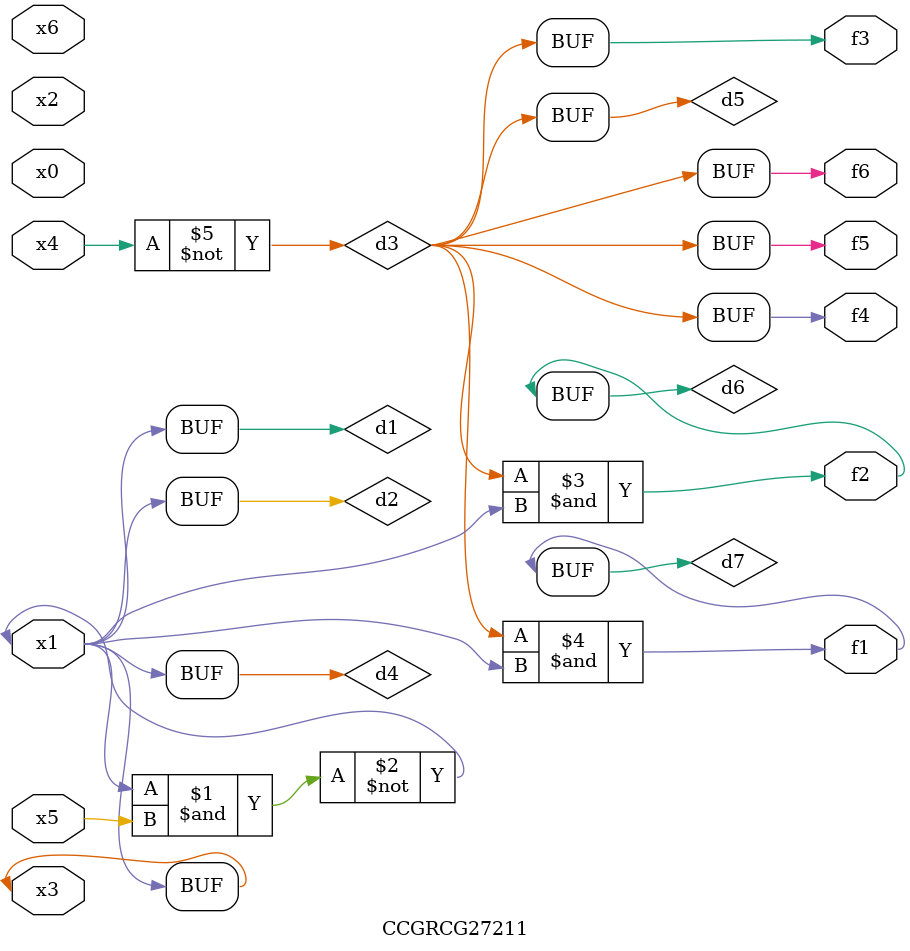
<source format=v>
module CCGRCG27211(
	input x0, x1, x2, x3, x4, x5, x6,
	output f1, f2, f3, f4, f5, f6
);

	wire d1, d2, d3, d4, d5, d6, d7;

	buf (d1, x1, x3);
	nand (d2, x1, x5);
	not (d3, x4);
	buf (d4, d1, d2);
	buf (d5, d3);
	and (d6, d3, d4);
	and (d7, d3, d4);
	assign f1 = d7;
	assign f2 = d6;
	assign f3 = d5;
	assign f4 = d5;
	assign f5 = d5;
	assign f6 = d5;
endmodule

</source>
